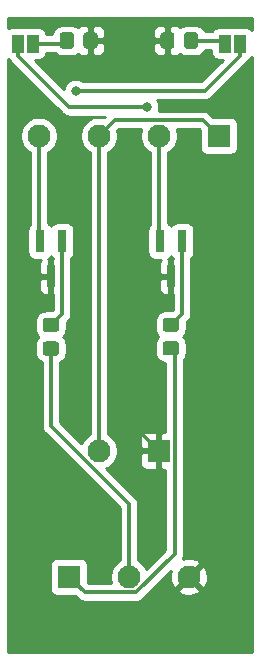
<source format=gtl>
%TF.GenerationSoftware,KiCad,Pcbnew,(5.1.10)-1*%
%TF.CreationDate,2021-08-25T15:29:53+02:00*%
%TF.ProjectId,Module,4d6f6475-6c65-42e6-9b69-6361645f7063,v01*%
%TF.SameCoordinates,Original*%
%TF.FileFunction,Copper,L1,Top*%
%TF.FilePolarity,Positive*%
%FSLAX46Y46*%
G04 Gerber Fmt 4.6, Leading zero omitted, Abs format (unit mm)*
G04 Created by KiCad (PCBNEW (5.1.10)-1) date 2021-08-25 15:29:53*
%MOMM*%
%LPD*%
G01*
G04 APERTURE LIST*
%TA.AperFunction,ComponentPad*%
%ADD10R,1.950000X1.950000*%
%TD*%
%TA.AperFunction,ComponentPad*%
%ADD11C,1.950000*%
%TD*%
%TA.AperFunction,SMDPad,CuDef*%
%ADD12R,0.800000X1.900000*%
%TD*%
%TA.AperFunction,SMDPad,CuDef*%
%ADD13R,1.000000X1.500000*%
%TD*%
%TA.AperFunction,ViaPad*%
%ADD14C,0.800000*%
%TD*%
%TA.AperFunction,Conductor*%
%ADD15C,0.300000*%
%TD*%
%TA.AperFunction,Conductor*%
%ADD16C,0.250000*%
%TD*%
%TA.AperFunction,Conductor*%
%ADD17C,0.254000*%
%TD*%
%TA.AperFunction,Conductor*%
%ADD18C,0.100000*%
%TD*%
G04 APERTURE END LIST*
D10*
%TO.P,J1,1*%
%TO.N,SIG1*%
X142494000Y-94742000D03*
D11*
%TO.P,J1,2*%
%TO.N,SIG2*%
X147574000Y-94742000D03*
%TO.P,J1,3*%
%TO.N,GND*%
X152654000Y-94742000D03*
%TD*%
D10*
%TO.P,J2,1*%
%TO.N,VCC*%
X155194000Y-57404000D03*
D11*
%TO.P,J2,2*%
%TO.N,LED1N*%
X150114000Y-57404000D03*
%TO.P,J2,3*%
%TO.N,VCC*%
X145034000Y-57404000D03*
%TO.P,J2,4*%
%TO.N,LED2N*%
X139954000Y-57404000D03*
%TD*%
D12*
%TO.P,Q1,1*%
%TO.N,Net-(Q1-Pad1)*%
X152080000Y-66318000D03*
%TO.P,Q1,2*%
%TO.N,LED1N*%
X150180000Y-66318000D03*
%TO.P,Q1,3*%
%TO.N,GND*%
X151130000Y-69318000D03*
%TD*%
%TO.P,Q2,3*%
%TO.N,GND*%
X140970000Y-69318000D03*
%TO.P,Q2,2*%
%TO.N,LED2N*%
X140020000Y-66318000D03*
%TO.P,Q2,1*%
%TO.N,Net-(Q2-Pad1)*%
X141920000Y-66318000D03*
%TD*%
D10*
%TO.P,J3,1*%
%TO.N,GND*%
X150114000Y-84074000D03*
D11*
%TO.P,J3,2*%
%TO.N,VCC*%
X145034000Y-84074000D03*
%TD*%
%TO.P,R1,1*%
%TO.N,Net-(Q1-Pad1)*%
%TA.AperFunction,SMDPad,CuDef*%
G36*
G01*
X150679999Y-72806000D02*
X151580001Y-72806000D01*
G75*
G02*
X151830000Y-73055999I0J-249999D01*
G01*
X151830000Y-73756001D01*
G75*
G02*
X151580001Y-74006000I-249999J0D01*
G01*
X150679999Y-74006000D01*
G75*
G02*
X150430000Y-73756001I0J249999D01*
G01*
X150430000Y-73055999D01*
G75*
G02*
X150679999Y-72806000I249999J0D01*
G01*
G37*
%TD.AperFunction*%
%TO.P,R1,2*%
%TO.N,SIG1*%
%TA.AperFunction,SMDPad,CuDef*%
G36*
G01*
X150679999Y-74806000D02*
X151580001Y-74806000D01*
G75*
G02*
X151830000Y-75055999I0J-249999D01*
G01*
X151830000Y-75756001D01*
G75*
G02*
X151580001Y-76006000I-249999J0D01*
G01*
X150679999Y-76006000D01*
G75*
G02*
X150430000Y-75756001I0J249999D01*
G01*
X150430000Y-75055999D01*
G75*
G02*
X150679999Y-74806000I249999J0D01*
G01*
G37*
%TD.AperFunction*%
%TD*%
%TO.P,R2,2*%
%TO.N,SIG2*%
%TA.AperFunction,SMDPad,CuDef*%
G36*
G01*
X140519999Y-74822000D02*
X141420001Y-74822000D01*
G75*
G02*
X141670000Y-75071999I0J-249999D01*
G01*
X141670000Y-75772001D01*
G75*
G02*
X141420001Y-76022000I-249999J0D01*
G01*
X140519999Y-76022000D01*
G75*
G02*
X140270000Y-75772001I0J249999D01*
G01*
X140270000Y-75071999D01*
G75*
G02*
X140519999Y-74822000I249999J0D01*
G01*
G37*
%TD.AperFunction*%
%TO.P,R2,1*%
%TO.N,Net-(Q2-Pad1)*%
%TA.AperFunction,SMDPad,CuDef*%
G36*
G01*
X140519999Y-72822000D02*
X141420001Y-72822000D01*
G75*
G02*
X141670000Y-73071999I0J-249999D01*
G01*
X141670000Y-73772001D01*
G75*
G02*
X141420001Y-74022000I-249999J0D01*
G01*
X140519999Y-74022000D01*
G75*
G02*
X140270000Y-73772001I0J249999D01*
G01*
X140270000Y-73071999D01*
G75*
G02*
X140519999Y-72822000I249999J0D01*
G01*
G37*
%TD.AperFunction*%
%TD*%
D13*
%TO.P,JP1,2*%
%TO.N,Net-(JP1-Pad2)*%
X139461000Y-49593500D03*
%TO.P,JP1,1*%
%TO.N,LED1N*%
X138161000Y-49593500D03*
%TD*%
%TO.P,JP2,1*%
%TO.N,LED2N*%
X156987000Y-49593500D03*
%TO.P,JP2,2*%
%TO.N,Net-(JP2-Pad2)*%
X155687000Y-49593500D03*
%TD*%
%TO.P,R3,1*%
%TO.N,Net-(JP1-Pad2)*%
%TA.AperFunction,SMDPad,CuDef*%
G36*
G01*
X141719500Y-49789501D02*
X141719500Y-48889499D01*
G75*
G02*
X141969499Y-48639500I249999J0D01*
G01*
X142669501Y-48639500D01*
G75*
G02*
X142919500Y-48889499I0J-249999D01*
G01*
X142919500Y-49789501D01*
G75*
G02*
X142669501Y-50039500I-249999J0D01*
G01*
X141969499Y-50039500D01*
G75*
G02*
X141719500Y-49789501I0J249999D01*
G01*
G37*
%TD.AperFunction*%
%TO.P,R3,2*%
%TO.N,GND*%
%TA.AperFunction,SMDPad,CuDef*%
G36*
G01*
X143719500Y-49789501D02*
X143719500Y-48889499D01*
G75*
G02*
X143969499Y-48639500I249999J0D01*
G01*
X144669501Y-48639500D01*
G75*
G02*
X144919500Y-48889499I0J-249999D01*
G01*
X144919500Y-49789501D01*
G75*
G02*
X144669501Y-50039500I-249999J0D01*
G01*
X143969499Y-50039500D01*
G75*
G02*
X143719500Y-49789501I0J249999D01*
G01*
G37*
%TD.AperFunction*%
%TD*%
%TO.P,R4,2*%
%TO.N,Net-(JP2-Pad2)*%
%TA.AperFunction,SMDPad,CuDef*%
G36*
G01*
X152228500Y-49789501D02*
X152228500Y-48889499D01*
G75*
G02*
X152478499Y-48639500I249999J0D01*
G01*
X153178501Y-48639500D01*
G75*
G02*
X153428500Y-48889499I0J-249999D01*
G01*
X153428500Y-49789501D01*
G75*
G02*
X153178501Y-50039500I-249999J0D01*
G01*
X152478499Y-50039500D01*
G75*
G02*
X152228500Y-49789501I0J249999D01*
G01*
G37*
%TD.AperFunction*%
%TO.P,R4,1*%
%TO.N,GND*%
%TA.AperFunction,SMDPad,CuDef*%
G36*
G01*
X150228500Y-49789501D02*
X150228500Y-48889499D01*
G75*
G02*
X150478499Y-48639500I249999J0D01*
G01*
X151178501Y-48639500D01*
G75*
G02*
X151428500Y-48889499I0J-249999D01*
G01*
X151428500Y-49789501D01*
G75*
G02*
X151178501Y-50039500I-249999J0D01*
G01*
X150478499Y-50039500D01*
G75*
G02*
X150228500Y-49789501I0J249999D01*
G01*
G37*
%TD.AperFunction*%
%TD*%
D14*
%TO.N,GND*%
X145986500Y-52387500D03*
X146240500Y-69532500D03*
%TO.N,LED1N*%
X149098000Y-54991000D03*
%TO.N,LED2N*%
X143065500Y-53594000D03*
%TD*%
D15*
%TO.N,Net-(Q1-Pad1)*%
X152080000Y-72456000D02*
X151130000Y-73406000D01*
X152080000Y-66318000D02*
X152080000Y-72456000D01*
%TO.N,Net-(Q2-Pad1)*%
X141920000Y-72472000D02*
X140970000Y-73422000D01*
X141920000Y-66318000D02*
X141920000Y-72472000D01*
%TO.N,SIG1*%
X151439001Y-75715001D02*
X151130000Y-75406000D01*
X151439001Y-92838001D02*
X151439001Y-75715001D01*
X143819001Y-96067001D02*
X148210001Y-96067001D01*
X148210001Y-96067001D02*
X151439001Y-92838001D01*
X142494000Y-94742000D02*
X143819001Y-96067001D01*
%TO.N,SIG2*%
X147574000Y-88575002D02*
X147574000Y-94742000D01*
X140970000Y-81971002D02*
X147574000Y-88575002D01*
X140970000Y-75422000D02*
X140970000Y-81971002D01*
%TO.N,GND*%
X144319500Y-49339500D02*
X150828500Y-49339500D01*
X149034500Y-49339500D02*
X145986500Y-52387500D01*
D16*
X150828500Y-49339500D02*
X149034500Y-49339500D01*
D15*
X146240500Y-80200500D02*
X150114000Y-84074000D01*
X146240500Y-69532500D02*
X146240500Y-80200500D01*
%TO.N,VCC*%
X145034000Y-84074000D02*
X145034000Y-57404000D01*
X146359001Y-56078999D02*
X145034000Y-57404000D01*
X153868999Y-56078999D02*
X146359001Y-56078999D01*
X155194000Y-57404000D02*
X153868999Y-56078999D01*
%TO.N,LED1N*%
X150114000Y-66252000D02*
X150180000Y-66318000D01*
X150114000Y-57404000D02*
X150114000Y-66252000D01*
X142508500Y-54991000D02*
X138161000Y-50643500D01*
X138161000Y-50643500D02*
X138161000Y-49593500D01*
X149098000Y-54991000D02*
X142508500Y-54991000D01*
%TO.N,LED2N*%
X139954000Y-66252000D02*
X140020000Y-66318000D01*
X139954000Y-57404000D02*
X139954000Y-66252000D01*
D16*
X143129000Y-53657500D02*
X143065500Y-53594000D01*
D15*
X156987000Y-50643500D02*
X156987000Y-49593500D01*
X154036500Y-53594000D02*
X156987000Y-50643500D01*
X143065500Y-53594000D02*
X154036500Y-53594000D01*
%TO.N,Net-(JP1-Pad2)*%
X142065500Y-49593500D02*
X142319500Y-49339500D01*
X139461000Y-49593500D02*
X142065500Y-49593500D01*
D16*
%TO.N,Net-(JP2-Pad2)*%
X153082500Y-49593500D02*
X152828500Y-49339500D01*
D15*
X155433000Y-49339500D02*
X155687000Y-49593500D01*
X152828500Y-49339500D02*
X155433000Y-49339500D01*
%TD*%
D17*
%TO.N,GND*%
X157992001Y-101076000D02*
X137312000Y-101076000D01*
X137312000Y-70268000D01*
X139931928Y-70268000D01*
X139944188Y-70392482D01*
X139980498Y-70512180D01*
X140039463Y-70622494D01*
X140118815Y-70719185D01*
X140215506Y-70798537D01*
X140325820Y-70857502D01*
X140445518Y-70893812D01*
X140570000Y-70906072D01*
X140684250Y-70903000D01*
X140843000Y-70744250D01*
X140843000Y-69445000D01*
X140093750Y-69445000D01*
X139935000Y-69603750D01*
X139931928Y-70268000D01*
X137312000Y-70268000D01*
X137312000Y-50876974D01*
X137416820Y-50933002D01*
X137429681Y-50936903D01*
X137432246Y-50945359D01*
X137505138Y-51081732D01*
X137603236Y-51201264D01*
X137633190Y-51225847D01*
X141926158Y-55518816D01*
X141950736Y-55548764D01*
X141980684Y-55573342D01*
X141980687Y-55573345D01*
X142010059Y-55597450D01*
X142070267Y-55646862D01*
X142206640Y-55719754D01*
X142320172Y-55754194D01*
X142354612Y-55764641D01*
X142368990Y-55766057D01*
X142469939Y-55776000D01*
X142469946Y-55776000D01*
X142508499Y-55779797D01*
X142547052Y-55776000D01*
X145551842Y-55776000D01*
X145477222Y-55850620D01*
X145192571Y-55794000D01*
X144875429Y-55794000D01*
X144564380Y-55855871D01*
X144271379Y-55977237D01*
X144007685Y-56153431D01*
X143783431Y-56377685D01*
X143607237Y-56641379D01*
X143485871Y-56934380D01*
X143424000Y-57245429D01*
X143424000Y-57562571D01*
X143485871Y-57873620D01*
X143607237Y-58166621D01*
X143783431Y-58430315D01*
X144007685Y-58654569D01*
X144249001Y-58815811D01*
X144249000Y-82662190D01*
X144007685Y-82823431D01*
X143783431Y-83047685D01*
X143607237Y-83311379D01*
X143552553Y-83443397D01*
X141755000Y-81645845D01*
X141755000Y-76593944D01*
X141759851Y-76592472D01*
X141913387Y-76510405D01*
X142047962Y-76399962D01*
X142158405Y-76265387D01*
X142240472Y-76111851D01*
X142291008Y-75945255D01*
X142308072Y-75772001D01*
X142308072Y-75071999D01*
X142291008Y-74898745D01*
X142240472Y-74732149D01*
X142158405Y-74578613D01*
X142047962Y-74444038D01*
X142021109Y-74422000D01*
X142047962Y-74399962D01*
X142158405Y-74265387D01*
X142240472Y-74111851D01*
X142291008Y-73945255D01*
X142308072Y-73772001D01*
X142308072Y-73194085D01*
X142447810Y-73054347D01*
X142477764Y-73029764D01*
X142575862Y-72910233D01*
X142648754Y-72773860D01*
X142661407Y-72732149D01*
X142693642Y-72625887D01*
X142701020Y-72550974D01*
X142705000Y-72510561D01*
X142705000Y-72510556D01*
X142708797Y-72472000D01*
X142705000Y-72433444D01*
X142705000Y-67773501D01*
X142771185Y-67719185D01*
X142850537Y-67622494D01*
X142909502Y-67512180D01*
X142945812Y-67392482D01*
X142958072Y-67268000D01*
X142958072Y-65368000D01*
X142945812Y-65243518D01*
X142909502Y-65123820D01*
X142850537Y-65013506D01*
X142771185Y-64916815D01*
X142674494Y-64837463D01*
X142564180Y-64778498D01*
X142444482Y-64742188D01*
X142320000Y-64729928D01*
X141520000Y-64729928D01*
X141395518Y-64742188D01*
X141275820Y-64778498D01*
X141165506Y-64837463D01*
X141068815Y-64916815D01*
X140989463Y-65013506D01*
X140970000Y-65049918D01*
X140950537Y-65013506D01*
X140871185Y-64916815D01*
X140774494Y-64837463D01*
X140739000Y-64818491D01*
X140739000Y-58815810D01*
X140980315Y-58654569D01*
X141204569Y-58430315D01*
X141380763Y-58166621D01*
X141502129Y-57873620D01*
X141564000Y-57562571D01*
X141564000Y-57245429D01*
X141502129Y-56934380D01*
X141380763Y-56641379D01*
X141204569Y-56377685D01*
X140980315Y-56153431D01*
X140716621Y-55977237D01*
X140423620Y-55855871D01*
X140112571Y-55794000D01*
X139795429Y-55794000D01*
X139484380Y-55855871D01*
X139191379Y-55977237D01*
X138927685Y-56153431D01*
X138703431Y-56377685D01*
X138527237Y-56641379D01*
X138405871Y-56934380D01*
X138344000Y-57245429D01*
X138344000Y-57562571D01*
X138405871Y-57873620D01*
X138527237Y-58166621D01*
X138703431Y-58430315D01*
X138927685Y-58654569D01*
X139169000Y-58815810D01*
X139169001Y-64916662D01*
X139168815Y-64916815D01*
X139089463Y-65013506D01*
X139030498Y-65123820D01*
X138994188Y-65243518D01*
X138981928Y-65368000D01*
X138981928Y-67268000D01*
X138994188Y-67392482D01*
X139030498Y-67512180D01*
X139089463Y-67622494D01*
X139168815Y-67719185D01*
X139265506Y-67798537D01*
X139375820Y-67857502D01*
X139495518Y-67893812D01*
X139620000Y-67906072D01*
X140131905Y-67906072D01*
X140118815Y-67916815D01*
X140039463Y-68013506D01*
X139980498Y-68123820D01*
X139944188Y-68243518D01*
X139931928Y-68368000D01*
X139935000Y-69032250D01*
X140093750Y-69191000D01*
X140843000Y-69191000D01*
X140843000Y-67891750D01*
X140758393Y-67807143D01*
X140774494Y-67798537D01*
X140871185Y-67719185D01*
X140950537Y-67622494D01*
X140970000Y-67586082D01*
X140989463Y-67622494D01*
X141068815Y-67719185D01*
X141135000Y-67773502D01*
X141135000Y-67853750D01*
X141097000Y-67891750D01*
X141097000Y-69191000D01*
X141117000Y-69191000D01*
X141117000Y-69445000D01*
X141097000Y-69445000D01*
X141097000Y-70744250D01*
X141135001Y-70782251D01*
X141135001Y-72146842D01*
X141097915Y-72183928D01*
X140519999Y-72183928D01*
X140346745Y-72200992D01*
X140180149Y-72251528D01*
X140026613Y-72333595D01*
X139892038Y-72444038D01*
X139781595Y-72578613D01*
X139699528Y-72732149D01*
X139648992Y-72898745D01*
X139631928Y-73071999D01*
X139631928Y-73772001D01*
X139648992Y-73945255D01*
X139699528Y-74111851D01*
X139781595Y-74265387D01*
X139892038Y-74399962D01*
X139918891Y-74422000D01*
X139892038Y-74444038D01*
X139781595Y-74578613D01*
X139699528Y-74732149D01*
X139648992Y-74898745D01*
X139631928Y-75071999D01*
X139631928Y-75772001D01*
X139648992Y-75945255D01*
X139699528Y-76111851D01*
X139781595Y-76265387D01*
X139892038Y-76399962D01*
X140026613Y-76510405D01*
X140180149Y-76592472D01*
X140185000Y-76593944D01*
X140185001Y-81932439D01*
X140181203Y-81971002D01*
X140196359Y-82124888D01*
X140241246Y-82272861D01*
X140241247Y-82272862D01*
X140314139Y-82409235D01*
X140354690Y-82458646D01*
X140387655Y-82498814D01*
X140387659Y-82498818D01*
X140412237Y-82528766D01*
X140442185Y-82553344D01*
X146789000Y-88900160D01*
X146789001Y-93330190D01*
X146547685Y-93491431D01*
X146323431Y-93715685D01*
X146147237Y-93979379D01*
X146025871Y-94272380D01*
X145964000Y-94583429D01*
X145964000Y-94900571D01*
X146025871Y-95211620D01*
X146055024Y-95282001D01*
X144144159Y-95282001D01*
X144107072Y-95244914D01*
X144107072Y-93767000D01*
X144094812Y-93642518D01*
X144058502Y-93522820D01*
X143999537Y-93412506D01*
X143920185Y-93315815D01*
X143823494Y-93236463D01*
X143713180Y-93177498D01*
X143593482Y-93141188D01*
X143469000Y-93128928D01*
X141519000Y-93128928D01*
X141394518Y-93141188D01*
X141274820Y-93177498D01*
X141164506Y-93236463D01*
X141067815Y-93315815D01*
X140988463Y-93412506D01*
X140929498Y-93522820D01*
X140893188Y-93642518D01*
X140880928Y-93767000D01*
X140880928Y-95717000D01*
X140893188Y-95841482D01*
X140929498Y-95961180D01*
X140988463Y-96071494D01*
X141067815Y-96168185D01*
X141164506Y-96247537D01*
X141274820Y-96306502D01*
X141394518Y-96342812D01*
X141519000Y-96355072D01*
X142996914Y-96355072D01*
X143236659Y-96594817D01*
X143261237Y-96624765D01*
X143291185Y-96649343D01*
X143291188Y-96649346D01*
X143320560Y-96673451D01*
X143380768Y-96722863D01*
X143517141Y-96795755D01*
X143630673Y-96830195D01*
X143665113Y-96840642D01*
X143679491Y-96842058D01*
X143780440Y-96852001D01*
X143780447Y-96852001D01*
X143819000Y-96855798D01*
X143857553Y-96852001D01*
X148171448Y-96852001D01*
X148210001Y-96855798D01*
X148248554Y-96852001D01*
X148248562Y-96852001D01*
X148363888Y-96840642D01*
X148511861Y-96795755D01*
X148648234Y-96722863D01*
X148767765Y-96624765D01*
X148792348Y-96594811D01*
X149527575Y-95859584D01*
X151716021Y-95859584D01*
X151808766Y-96121429D01*
X152094120Y-96259820D01*
X152400990Y-96339883D01*
X152717584Y-96358540D01*
X153031733Y-96315074D01*
X153331367Y-96211156D01*
X153499234Y-96121429D01*
X153591979Y-95859584D01*
X152654000Y-94921605D01*
X151716021Y-95859584D01*
X149527575Y-95859584D01*
X151111873Y-94275286D01*
X151056117Y-94488990D01*
X151037460Y-94805584D01*
X151080926Y-95119733D01*
X151184844Y-95419367D01*
X151274571Y-95587234D01*
X151536416Y-95679979D01*
X152474395Y-94742000D01*
X152833605Y-94742000D01*
X153771584Y-95679979D01*
X154033429Y-95587234D01*
X154171820Y-95301880D01*
X154251883Y-94995010D01*
X154270540Y-94678416D01*
X154227074Y-94364267D01*
X154123156Y-94064633D01*
X154033429Y-93896766D01*
X153771584Y-93804021D01*
X152833605Y-94742000D01*
X152474395Y-94742000D01*
X152460253Y-94727858D01*
X152639858Y-94548253D01*
X152654000Y-94562395D01*
X153591979Y-93624416D01*
X153499234Y-93362571D01*
X153213880Y-93224180D01*
X152907010Y-93144117D01*
X152590416Y-93125460D01*
X152276267Y-93168926D01*
X152123992Y-93221738D01*
X152167755Y-93139861D01*
X152170140Y-93132000D01*
X152212643Y-92991888D01*
X152220021Y-92916975D01*
X152224001Y-92876562D01*
X152224001Y-92876557D01*
X152227798Y-92838001D01*
X152224001Y-92799445D01*
X152224001Y-76364418D01*
X152318405Y-76249387D01*
X152400472Y-76095851D01*
X152451008Y-75929255D01*
X152468072Y-75756001D01*
X152468072Y-75055999D01*
X152451008Y-74882745D01*
X152400472Y-74716149D01*
X152318405Y-74562613D01*
X152207962Y-74428038D01*
X152181109Y-74406000D01*
X152207962Y-74383962D01*
X152318405Y-74249387D01*
X152400472Y-74095851D01*
X152451008Y-73929255D01*
X152468072Y-73756001D01*
X152468072Y-73178085D01*
X152607810Y-73038347D01*
X152637764Y-73013764D01*
X152735862Y-72894233D01*
X152808754Y-72757860D01*
X152821407Y-72716149D01*
X152853642Y-72609887D01*
X152863424Y-72510561D01*
X152865000Y-72494561D01*
X152865000Y-72494556D01*
X152868797Y-72456000D01*
X152865000Y-72417444D01*
X152865000Y-67773501D01*
X152931185Y-67719185D01*
X153010537Y-67622494D01*
X153069502Y-67512180D01*
X153105812Y-67392482D01*
X153118072Y-67268000D01*
X153118072Y-65368000D01*
X153105812Y-65243518D01*
X153069502Y-65123820D01*
X153010537Y-65013506D01*
X152931185Y-64916815D01*
X152834494Y-64837463D01*
X152724180Y-64778498D01*
X152604482Y-64742188D01*
X152480000Y-64729928D01*
X151680000Y-64729928D01*
X151555518Y-64742188D01*
X151435820Y-64778498D01*
X151325506Y-64837463D01*
X151228815Y-64916815D01*
X151149463Y-65013506D01*
X151130000Y-65049918D01*
X151110537Y-65013506D01*
X151031185Y-64916815D01*
X150934494Y-64837463D01*
X150899000Y-64818491D01*
X150899000Y-58815810D01*
X151140315Y-58654569D01*
X151364569Y-58430315D01*
X151540763Y-58166621D01*
X151662129Y-57873620D01*
X151724000Y-57562571D01*
X151724000Y-57245429D01*
X151662129Y-56934380D01*
X151632976Y-56863999D01*
X153543842Y-56863999D01*
X153580928Y-56901085D01*
X153580928Y-58379000D01*
X153593188Y-58503482D01*
X153629498Y-58623180D01*
X153688463Y-58733494D01*
X153767815Y-58830185D01*
X153864506Y-58909537D01*
X153974820Y-58968502D01*
X154094518Y-59004812D01*
X154219000Y-59017072D01*
X156169000Y-59017072D01*
X156293482Y-59004812D01*
X156413180Y-58968502D01*
X156523494Y-58909537D01*
X156620185Y-58830185D01*
X156699537Y-58733494D01*
X156758502Y-58623180D01*
X156794812Y-58503482D01*
X156807072Y-58379000D01*
X156807072Y-56429000D01*
X156794812Y-56304518D01*
X156758502Y-56184820D01*
X156699537Y-56074506D01*
X156620185Y-55977815D01*
X156523494Y-55898463D01*
X156413180Y-55839498D01*
X156293482Y-55803188D01*
X156169000Y-55790928D01*
X154691085Y-55790928D01*
X154451346Y-55551189D01*
X154426763Y-55521235D01*
X154307232Y-55423137D01*
X154170859Y-55350245D01*
X154022886Y-55305358D01*
X153907560Y-55293999D01*
X153907552Y-55293999D01*
X153868999Y-55290202D01*
X153830446Y-55293999D01*
X150092770Y-55293999D01*
X150093226Y-55292898D01*
X150133000Y-55092939D01*
X150133000Y-54889061D01*
X150093226Y-54689102D01*
X150015205Y-54500744D01*
X149933858Y-54379000D01*
X153997947Y-54379000D01*
X154036500Y-54382797D01*
X154075053Y-54379000D01*
X154075061Y-54379000D01*
X154190387Y-54367641D01*
X154338360Y-54322754D01*
X154474733Y-54249862D01*
X154594264Y-54151764D01*
X154618847Y-54121810D01*
X157514817Y-51225841D01*
X157544764Y-51201264D01*
X157569346Y-51171312D01*
X157593450Y-51141941D01*
X157642862Y-51081733D01*
X157715754Y-50945360D01*
X157718319Y-50936903D01*
X157731180Y-50933002D01*
X157841494Y-50874037D01*
X157938185Y-50794685D01*
X157992000Y-50729111D01*
X157992001Y-101076000D01*
%TA.AperFunction,Conductor*%
D18*
G36*
X157992001Y-101076000D02*
G01*
X137312000Y-101076000D01*
X137312000Y-70268000D01*
X139931928Y-70268000D01*
X139944188Y-70392482D01*
X139980498Y-70512180D01*
X140039463Y-70622494D01*
X140118815Y-70719185D01*
X140215506Y-70798537D01*
X140325820Y-70857502D01*
X140445518Y-70893812D01*
X140570000Y-70906072D01*
X140684250Y-70903000D01*
X140843000Y-70744250D01*
X140843000Y-69445000D01*
X140093750Y-69445000D01*
X139935000Y-69603750D01*
X139931928Y-70268000D01*
X137312000Y-70268000D01*
X137312000Y-50876974D01*
X137416820Y-50933002D01*
X137429681Y-50936903D01*
X137432246Y-50945359D01*
X137505138Y-51081732D01*
X137603236Y-51201264D01*
X137633190Y-51225847D01*
X141926158Y-55518816D01*
X141950736Y-55548764D01*
X141980684Y-55573342D01*
X141980687Y-55573345D01*
X142010059Y-55597450D01*
X142070267Y-55646862D01*
X142206640Y-55719754D01*
X142320172Y-55754194D01*
X142354612Y-55764641D01*
X142368990Y-55766057D01*
X142469939Y-55776000D01*
X142469946Y-55776000D01*
X142508499Y-55779797D01*
X142547052Y-55776000D01*
X145551842Y-55776000D01*
X145477222Y-55850620D01*
X145192571Y-55794000D01*
X144875429Y-55794000D01*
X144564380Y-55855871D01*
X144271379Y-55977237D01*
X144007685Y-56153431D01*
X143783431Y-56377685D01*
X143607237Y-56641379D01*
X143485871Y-56934380D01*
X143424000Y-57245429D01*
X143424000Y-57562571D01*
X143485871Y-57873620D01*
X143607237Y-58166621D01*
X143783431Y-58430315D01*
X144007685Y-58654569D01*
X144249001Y-58815811D01*
X144249000Y-82662190D01*
X144007685Y-82823431D01*
X143783431Y-83047685D01*
X143607237Y-83311379D01*
X143552553Y-83443397D01*
X141755000Y-81645845D01*
X141755000Y-76593944D01*
X141759851Y-76592472D01*
X141913387Y-76510405D01*
X142047962Y-76399962D01*
X142158405Y-76265387D01*
X142240472Y-76111851D01*
X142291008Y-75945255D01*
X142308072Y-75772001D01*
X142308072Y-75071999D01*
X142291008Y-74898745D01*
X142240472Y-74732149D01*
X142158405Y-74578613D01*
X142047962Y-74444038D01*
X142021109Y-74422000D01*
X142047962Y-74399962D01*
X142158405Y-74265387D01*
X142240472Y-74111851D01*
X142291008Y-73945255D01*
X142308072Y-73772001D01*
X142308072Y-73194085D01*
X142447810Y-73054347D01*
X142477764Y-73029764D01*
X142575862Y-72910233D01*
X142648754Y-72773860D01*
X142661407Y-72732149D01*
X142693642Y-72625887D01*
X142701020Y-72550974D01*
X142705000Y-72510561D01*
X142705000Y-72510556D01*
X142708797Y-72472000D01*
X142705000Y-72433444D01*
X142705000Y-67773501D01*
X142771185Y-67719185D01*
X142850537Y-67622494D01*
X142909502Y-67512180D01*
X142945812Y-67392482D01*
X142958072Y-67268000D01*
X142958072Y-65368000D01*
X142945812Y-65243518D01*
X142909502Y-65123820D01*
X142850537Y-65013506D01*
X142771185Y-64916815D01*
X142674494Y-64837463D01*
X142564180Y-64778498D01*
X142444482Y-64742188D01*
X142320000Y-64729928D01*
X141520000Y-64729928D01*
X141395518Y-64742188D01*
X141275820Y-64778498D01*
X141165506Y-64837463D01*
X141068815Y-64916815D01*
X140989463Y-65013506D01*
X140970000Y-65049918D01*
X140950537Y-65013506D01*
X140871185Y-64916815D01*
X140774494Y-64837463D01*
X140739000Y-64818491D01*
X140739000Y-58815810D01*
X140980315Y-58654569D01*
X141204569Y-58430315D01*
X141380763Y-58166621D01*
X141502129Y-57873620D01*
X141564000Y-57562571D01*
X141564000Y-57245429D01*
X141502129Y-56934380D01*
X141380763Y-56641379D01*
X141204569Y-56377685D01*
X140980315Y-56153431D01*
X140716621Y-55977237D01*
X140423620Y-55855871D01*
X140112571Y-55794000D01*
X139795429Y-55794000D01*
X139484380Y-55855871D01*
X139191379Y-55977237D01*
X138927685Y-56153431D01*
X138703431Y-56377685D01*
X138527237Y-56641379D01*
X138405871Y-56934380D01*
X138344000Y-57245429D01*
X138344000Y-57562571D01*
X138405871Y-57873620D01*
X138527237Y-58166621D01*
X138703431Y-58430315D01*
X138927685Y-58654569D01*
X139169000Y-58815810D01*
X139169001Y-64916662D01*
X139168815Y-64916815D01*
X139089463Y-65013506D01*
X139030498Y-65123820D01*
X138994188Y-65243518D01*
X138981928Y-65368000D01*
X138981928Y-67268000D01*
X138994188Y-67392482D01*
X139030498Y-67512180D01*
X139089463Y-67622494D01*
X139168815Y-67719185D01*
X139265506Y-67798537D01*
X139375820Y-67857502D01*
X139495518Y-67893812D01*
X139620000Y-67906072D01*
X140131905Y-67906072D01*
X140118815Y-67916815D01*
X140039463Y-68013506D01*
X139980498Y-68123820D01*
X139944188Y-68243518D01*
X139931928Y-68368000D01*
X139935000Y-69032250D01*
X140093750Y-69191000D01*
X140843000Y-69191000D01*
X140843000Y-67891750D01*
X140758393Y-67807143D01*
X140774494Y-67798537D01*
X140871185Y-67719185D01*
X140950537Y-67622494D01*
X140970000Y-67586082D01*
X140989463Y-67622494D01*
X141068815Y-67719185D01*
X141135000Y-67773502D01*
X141135000Y-67853750D01*
X141097000Y-67891750D01*
X141097000Y-69191000D01*
X141117000Y-69191000D01*
X141117000Y-69445000D01*
X141097000Y-69445000D01*
X141097000Y-70744250D01*
X141135001Y-70782251D01*
X141135001Y-72146842D01*
X141097915Y-72183928D01*
X140519999Y-72183928D01*
X140346745Y-72200992D01*
X140180149Y-72251528D01*
X140026613Y-72333595D01*
X139892038Y-72444038D01*
X139781595Y-72578613D01*
X139699528Y-72732149D01*
X139648992Y-72898745D01*
X139631928Y-73071999D01*
X139631928Y-73772001D01*
X139648992Y-73945255D01*
X139699528Y-74111851D01*
X139781595Y-74265387D01*
X139892038Y-74399962D01*
X139918891Y-74422000D01*
X139892038Y-74444038D01*
X139781595Y-74578613D01*
X139699528Y-74732149D01*
X139648992Y-74898745D01*
X139631928Y-75071999D01*
X139631928Y-75772001D01*
X139648992Y-75945255D01*
X139699528Y-76111851D01*
X139781595Y-76265387D01*
X139892038Y-76399962D01*
X140026613Y-76510405D01*
X140180149Y-76592472D01*
X140185000Y-76593944D01*
X140185001Y-81932439D01*
X140181203Y-81971002D01*
X140196359Y-82124888D01*
X140241246Y-82272861D01*
X140241247Y-82272862D01*
X140314139Y-82409235D01*
X140354690Y-82458646D01*
X140387655Y-82498814D01*
X140387659Y-82498818D01*
X140412237Y-82528766D01*
X140442185Y-82553344D01*
X146789000Y-88900160D01*
X146789001Y-93330190D01*
X146547685Y-93491431D01*
X146323431Y-93715685D01*
X146147237Y-93979379D01*
X146025871Y-94272380D01*
X145964000Y-94583429D01*
X145964000Y-94900571D01*
X146025871Y-95211620D01*
X146055024Y-95282001D01*
X144144159Y-95282001D01*
X144107072Y-95244914D01*
X144107072Y-93767000D01*
X144094812Y-93642518D01*
X144058502Y-93522820D01*
X143999537Y-93412506D01*
X143920185Y-93315815D01*
X143823494Y-93236463D01*
X143713180Y-93177498D01*
X143593482Y-93141188D01*
X143469000Y-93128928D01*
X141519000Y-93128928D01*
X141394518Y-93141188D01*
X141274820Y-93177498D01*
X141164506Y-93236463D01*
X141067815Y-93315815D01*
X140988463Y-93412506D01*
X140929498Y-93522820D01*
X140893188Y-93642518D01*
X140880928Y-93767000D01*
X140880928Y-95717000D01*
X140893188Y-95841482D01*
X140929498Y-95961180D01*
X140988463Y-96071494D01*
X141067815Y-96168185D01*
X141164506Y-96247537D01*
X141274820Y-96306502D01*
X141394518Y-96342812D01*
X141519000Y-96355072D01*
X142996914Y-96355072D01*
X143236659Y-96594817D01*
X143261237Y-96624765D01*
X143291185Y-96649343D01*
X143291188Y-96649346D01*
X143320560Y-96673451D01*
X143380768Y-96722863D01*
X143517141Y-96795755D01*
X143630673Y-96830195D01*
X143665113Y-96840642D01*
X143679491Y-96842058D01*
X143780440Y-96852001D01*
X143780447Y-96852001D01*
X143819000Y-96855798D01*
X143857553Y-96852001D01*
X148171448Y-96852001D01*
X148210001Y-96855798D01*
X148248554Y-96852001D01*
X148248562Y-96852001D01*
X148363888Y-96840642D01*
X148511861Y-96795755D01*
X148648234Y-96722863D01*
X148767765Y-96624765D01*
X148792348Y-96594811D01*
X149527575Y-95859584D01*
X151716021Y-95859584D01*
X151808766Y-96121429D01*
X152094120Y-96259820D01*
X152400990Y-96339883D01*
X152717584Y-96358540D01*
X153031733Y-96315074D01*
X153331367Y-96211156D01*
X153499234Y-96121429D01*
X153591979Y-95859584D01*
X152654000Y-94921605D01*
X151716021Y-95859584D01*
X149527575Y-95859584D01*
X151111873Y-94275286D01*
X151056117Y-94488990D01*
X151037460Y-94805584D01*
X151080926Y-95119733D01*
X151184844Y-95419367D01*
X151274571Y-95587234D01*
X151536416Y-95679979D01*
X152474395Y-94742000D01*
X152833605Y-94742000D01*
X153771584Y-95679979D01*
X154033429Y-95587234D01*
X154171820Y-95301880D01*
X154251883Y-94995010D01*
X154270540Y-94678416D01*
X154227074Y-94364267D01*
X154123156Y-94064633D01*
X154033429Y-93896766D01*
X153771584Y-93804021D01*
X152833605Y-94742000D01*
X152474395Y-94742000D01*
X152460253Y-94727858D01*
X152639858Y-94548253D01*
X152654000Y-94562395D01*
X153591979Y-93624416D01*
X153499234Y-93362571D01*
X153213880Y-93224180D01*
X152907010Y-93144117D01*
X152590416Y-93125460D01*
X152276267Y-93168926D01*
X152123992Y-93221738D01*
X152167755Y-93139861D01*
X152170140Y-93132000D01*
X152212643Y-92991888D01*
X152220021Y-92916975D01*
X152224001Y-92876562D01*
X152224001Y-92876557D01*
X152227798Y-92838001D01*
X152224001Y-92799445D01*
X152224001Y-76364418D01*
X152318405Y-76249387D01*
X152400472Y-76095851D01*
X152451008Y-75929255D01*
X152468072Y-75756001D01*
X152468072Y-75055999D01*
X152451008Y-74882745D01*
X152400472Y-74716149D01*
X152318405Y-74562613D01*
X152207962Y-74428038D01*
X152181109Y-74406000D01*
X152207962Y-74383962D01*
X152318405Y-74249387D01*
X152400472Y-74095851D01*
X152451008Y-73929255D01*
X152468072Y-73756001D01*
X152468072Y-73178085D01*
X152607810Y-73038347D01*
X152637764Y-73013764D01*
X152735862Y-72894233D01*
X152808754Y-72757860D01*
X152821407Y-72716149D01*
X152853642Y-72609887D01*
X152863424Y-72510561D01*
X152865000Y-72494561D01*
X152865000Y-72494556D01*
X152868797Y-72456000D01*
X152865000Y-72417444D01*
X152865000Y-67773501D01*
X152931185Y-67719185D01*
X153010537Y-67622494D01*
X153069502Y-67512180D01*
X153105812Y-67392482D01*
X153118072Y-67268000D01*
X153118072Y-65368000D01*
X153105812Y-65243518D01*
X153069502Y-65123820D01*
X153010537Y-65013506D01*
X152931185Y-64916815D01*
X152834494Y-64837463D01*
X152724180Y-64778498D01*
X152604482Y-64742188D01*
X152480000Y-64729928D01*
X151680000Y-64729928D01*
X151555518Y-64742188D01*
X151435820Y-64778498D01*
X151325506Y-64837463D01*
X151228815Y-64916815D01*
X151149463Y-65013506D01*
X151130000Y-65049918D01*
X151110537Y-65013506D01*
X151031185Y-64916815D01*
X150934494Y-64837463D01*
X150899000Y-64818491D01*
X150899000Y-58815810D01*
X151140315Y-58654569D01*
X151364569Y-58430315D01*
X151540763Y-58166621D01*
X151662129Y-57873620D01*
X151724000Y-57562571D01*
X151724000Y-57245429D01*
X151662129Y-56934380D01*
X151632976Y-56863999D01*
X153543842Y-56863999D01*
X153580928Y-56901085D01*
X153580928Y-58379000D01*
X153593188Y-58503482D01*
X153629498Y-58623180D01*
X153688463Y-58733494D01*
X153767815Y-58830185D01*
X153864506Y-58909537D01*
X153974820Y-58968502D01*
X154094518Y-59004812D01*
X154219000Y-59017072D01*
X156169000Y-59017072D01*
X156293482Y-59004812D01*
X156413180Y-58968502D01*
X156523494Y-58909537D01*
X156620185Y-58830185D01*
X156699537Y-58733494D01*
X156758502Y-58623180D01*
X156794812Y-58503482D01*
X156807072Y-58379000D01*
X156807072Y-56429000D01*
X156794812Y-56304518D01*
X156758502Y-56184820D01*
X156699537Y-56074506D01*
X156620185Y-55977815D01*
X156523494Y-55898463D01*
X156413180Y-55839498D01*
X156293482Y-55803188D01*
X156169000Y-55790928D01*
X154691085Y-55790928D01*
X154451346Y-55551189D01*
X154426763Y-55521235D01*
X154307232Y-55423137D01*
X154170859Y-55350245D01*
X154022886Y-55305358D01*
X153907560Y-55293999D01*
X153907552Y-55293999D01*
X153868999Y-55290202D01*
X153830446Y-55293999D01*
X150092770Y-55293999D01*
X150093226Y-55292898D01*
X150133000Y-55092939D01*
X150133000Y-54889061D01*
X150093226Y-54689102D01*
X150015205Y-54500744D01*
X149933858Y-54379000D01*
X153997947Y-54379000D01*
X154036500Y-54382797D01*
X154075053Y-54379000D01*
X154075061Y-54379000D01*
X154190387Y-54367641D01*
X154338360Y-54322754D01*
X154474733Y-54249862D01*
X154594264Y-54151764D01*
X154618847Y-54121810D01*
X157514817Y-51225841D01*
X157544764Y-51201264D01*
X157569346Y-51171312D01*
X157593450Y-51141941D01*
X157642862Y-51081733D01*
X157715754Y-50945360D01*
X157718319Y-50936903D01*
X157731180Y-50933002D01*
X157841494Y-50874037D01*
X157938185Y-50794685D01*
X157992000Y-50729111D01*
X157992001Y-101076000D01*
G37*
%TD.AperFunction*%
D17*
X148565871Y-56934380D02*
X148504000Y-57245429D01*
X148504000Y-57562571D01*
X148565871Y-57873620D01*
X148687237Y-58166621D01*
X148863431Y-58430315D01*
X149087685Y-58654569D01*
X149329000Y-58815810D01*
X149329001Y-64916662D01*
X149328815Y-64916815D01*
X149249463Y-65013506D01*
X149190498Y-65123820D01*
X149154188Y-65243518D01*
X149141928Y-65368000D01*
X149141928Y-67268000D01*
X149154188Y-67392482D01*
X149190498Y-67512180D01*
X149249463Y-67622494D01*
X149328815Y-67719185D01*
X149425506Y-67798537D01*
X149535820Y-67857502D01*
X149655518Y-67893812D01*
X149780000Y-67906072D01*
X150291905Y-67906072D01*
X150278815Y-67916815D01*
X150199463Y-68013506D01*
X150140498Y-68123820D01*
X150104188Y-68243518D01*
X150091928Y-68368000D01*
X150095000Y-69032250D01*
X150253750Y-69191000D01*
X151003000Y-69191000D01*
X151003000Y-67891750D01*
X150918393Y-67807143D01*
X150934494Y-67798537D01*
X151031185Y-67719185D01*
X151110537Y-67622494D01*
X151130000Y-67586082D01*
X151149463Y-67622494D01*
X151228815Y-67719185D01*
X151295000Y-67773502D01*
X151295000Y-67853750D01*
X151257000Y-67891750D01*
X151257000Y-69191000D01*
X151277000Y-69191000D01*
X151277000Y-69445000D01*
X151257000Y-69445000D01*
X151257000Y-70744250D01*
X151295001Y-70782251D01*
X151295001Y-72130842D01*
X151257915Y-72167928D01*
X150679999Y-72167928D01*
X150506745Y-72184992D01*
X150340149Y-72235528D01*
X150186613Y-72317595D01*
X150052038Y-72428038D01*
X149941595Y-72562613D01*
X149859528Y-72716149D01*
X149808992Y-72882745D01*
X149791928Y-73055999D01*
X149791928Y-73756001D01*
X149808992Y-73929255D01*
X149859528Y-74095851D01*
X149941595Y-74249387D01*
X150052038Y-74383962D01*
X150078891Y-74406000D01*
X150052038Y-74428038D01*
X149941595Y-74562613D01*
X149859528Y-74716149D01*
X149808992Y-74882745D01*
X149791928Y-75055999D01*
X149791928Y-75756001D01*
X149808992Y-75929255D01*
X149859528Y-76095851D01*
X149941595Y-76249387D01*
X150052038Y-76383962D01*
X150186613Y-76494405D01*
X150340149Y-76576472D01*
X150506745Y-76627008D01*
X150654002Y-76641512D01*
X150654002Y-82462867D01*
X150399750Y-82464000D01*
X150241000Y-82622750D01*
X150241000Y-83947000D01*
X150261000Y-83947000D01*
X150261000Y-84201000D01*
X150241000Y-84201000D01*
X150241000Y-85525250D01*
X150399750Y-85684000D01*
X150654001Y-85685133D01*
X150654001Y-92512844D01*
X149055447Y-94111398D01*
X149000763Y-93979379D01*
X148824569Y-93715685D01*
X148600315Y-93491431D01*
X148359000Y-93330190D01*
X148359000Y-88613554D01*
X148362797Y-88575001D01*
X148359000Y-88536448D01*
X148359000Y-88536441D01*
X148347641Y-88421115D01*
X148302754Y-88273142D01*
X148229862Y-88136769D01*
X148131764Y-88017238D01*
X148101817Y-87992661D01*
X145664603Y-85555447D01*
X145796621Y-85500763D01*
X146060315Y-85324569D01*
X146284569Y-85100315D01*
X146318856Y-85049000D01*
X148500928Y-85049000D01*
X148513188Y-85173482D01*
X148549498Y-85293180D01*
X148608463Y-85403494D01*
X148687815Y-85500185D01*
X148784506Y-85579537D01*
X148894820Y-85638502D01*
X149014518Y-85674812D01*
X149139000Y-85687072D01*
X149828250Y-85684000D01*
X149987000Y-85525250D01*
X149987000Y-84201000D01*
X148662750Y-84201000D01*
X148504000Y-84359750D01*
X148500928Y-85049000D01*
X146318856Y-85049000D01*
X146460763Y-84836621D01*
X146582129Y-84543620D01*
X146644000Y-84232571D01*
X146644000Y-83915429D01*
X146582129Y-83604380D01*
X146460763Y-83311379D01*
X146318857Y-83099000D01*
X148500928Y-83099000D01*
X148504000Y-83788250D01*
X148662750Y-83947000D01*
X149987000Y-83947000D01*
X149987000Y-82622750D01*
X149828250Y-82464000D01*
X149139000Y-82460928D01*
X149014518Y-82473188D01*
X148894820Y-82509498D01*
X148784506Y-82568463D01*
X148687815Y-82647815D01*
X148608463Y-82744506D01*
X148549498Y-82854820D01*
X148513188Y-82974518D01*
X148500928Y-83099000D01*
X146318857Y-83099000D01*
X146284569Y-83047685D01*
X146060315Y-82823431D01*
X145819000Y-82662190D01*
X145819000Y-70268000D01*
X150091928Y-70268000D01*
X150104188Y-70392482D01*
X150140498Y-70512180D01*
X150199463Y-70622494D01*
X150278815Y-70719185D01*
X150375506Y-70798537D01*
X150485820Y-70857502D01*
X150605518Y-70893812D01*
X150730000Y-70906072D01*
X150844250Y-70903000D01*
X151003000Y-70744250D01*
X151003000Y-69445000D01*
X150253750Y-69445000D01*
X150095000Y-69603750D01*
X150091928Y-70268000D01*
X145819000Y-70268000D01*
X145819000Y-58815810D01*
X146060315Y-58654569D01*
X146284569Y-58430315D01*
X146460763Y-58166621D01*
X146582129Y-57873620D01*
X146644000Y-57562571D01*
X146644000Y-57245429D01*
X146587380Y-56960778D01*
X146684159Y-56863999D01*
X148595024Y-56863999D01*
X148565871Y-56934380D01*
%TA.AperFunction,Conductor*%
D18*
G36*
X148565871Y-56934380D02*
G01*
X148504000Y-57245429D01*
X148504000Y-57562571D01*
X148565871Y-57873620D01*
X148687237Y-58166621D01*
X148863431Y-58430315D01*
X149087685Y-58654569D01*
X149329000Y-58815810D01*
X149329001Y-64916662D01*
X149328815Y-64916815D01*
X149249463Y-65013506D01*
X149190498Y-65123820D01*
X149154188Y-65243518D01*
X149141928Y-65368000D01*
X149141928Y-67268000D01*
X149154188Y-67392482D01*
X149190498Y-67512180D01*
X149249463Y-67622494D01*
X149328815Y-67719185D01*
X149425506Y-67798537D01*
X149535820Y-67857502D01*
X149655518Y-67893812D01*
X149780000Y-67906072D01*
X150291905Y-67906072D01*
X150278815Y-67916815D01*
X150199463Y-68013506D01*
X150140498Y-68123820D01*
X150104188Y-68243518D01*
X150091928Y-68368000D01*
X150095000Y-69032250D01*
X150253750Y-69191000D01*
X151003000Y-69191000D01*
X151003000Y-67891750D01*
X150918393Y-67807143D01*
X150934494Y-67798537D01*
X151031185Y-67719185D01*
X151110537Y-67622494D01*
X151130000Y-67586082D01*
X151149463Y-67622494D01*
X151228815Y-67719185D01*
X151295000Y-67773502D01*
X151295000Y-67853750D01*
X151257000Y-67891750D01*
X151257000Y-69191000D01*
X151277000Y-69191000D01*
X151277000Y-69445000D01*
X151257000Y-69445000D01*
X151257000Y-70744250D01*
X151295001Y-70782251D01*
X151295001Y-72130842D01*
X151257915Y-72167928D01*
X150679999Y-72167928D01*
X150506745Y-72184992D01*
X150340149Y-72235528D01*
X150186613Y-72317595D01*
X150052038Y-72428038D01*
X149941595Y-72562613D01*
X149859528Y-72716149D01*
X149808992Y-72882745D01*
X149791928Y-73055999D01*
X149791928Y-73756001D01*
X149808992Y-73929255D01*
X149859528Y-74095851D01*
X149941595Y-74249387D01*
X150052038Y-74383962D01*
X150078891Y-74406000D01*
X150052038Y-74428038D01*
X149941595Y-74562613D01*
X149859528Y-74716149D01*
X149808992Y-74882745D01*
X149791928Y-75055999D01*
X149791928Y-75756001D01*
X149808992Y-75929255D01*
X149859528Y-76095851D01*
X149941595Y-76249387D01*
X150052038Y-76383962D01*
X150186613Y-76494405D01*
X150340149Y-76576472D01*
X150506745Y-76627008D01*
X150654002Y-76641512D01*
X150654002Y-82462867D01*
X150399750Y-82464000D01*
X150241000Y-82622750D01*
X150241000Y-83947000D01*
X150261000Y-83947000D01*
X150261000Y-84201000D01*
X150241000Y-84201000D01*
X150241000Y-85525250D01*
X150399750Y-85684000D01*
X150654001Y-85685133D01*
X150654001Y-92512844D01*
X149055447Y-94111398D01*
X149000763Y-93979379D01*
X148824569Y-93715685D01*
X148600315Y-93491431D01*
X148359000Y-93330190D01*
X148359000Y-88613554D01*
X148362797Y-88575001D01*
X148359000Y-88536448D01*
X148359000Y-88536441D01*
X148347641Y-88421115D01*
X148302754Y-88273142D01*
X148229862Y-88136769D01*
X148131764Y-88017238D01*
X148101817Y-87992661D01*
X145664603Y-85555447D01*
X145796621Y-85500763D01*
X146060315Y-85324569D01*
X146284569Y-85100315D01*
X146318856Y-85049000D01*
X148500928Y-85049000D01*
X148513188Y-85173482D01*
X148549498Y-85293180D01*
X148608463Y-85403494D01*
X148687815Y-85500185D01*
X148784506Y-85579537D01*
X148894820Y-85638502D01*
X149014518Y-85674812D01*
X149139000Y-85687072D01*
X149828250Y-85684000D01*
X149987000Y-85525250D01*
X149987000Y-84201000D01*
X148662750Y-84201000D01*
X148504000Y-84359750D01*
X148500928Y-85049000D01*
X146318856Y-85049000D01*
X146460763Y-84836621D01*
X146582129Y-84543620D01*
X146644000Y-84232571D01*
X146644000Y-83915429D01*
X146582129Y-83604380D01*
X146460763Y-83311379D01*
X146318857Y-83099000D01*
X148500928Y-83099000D01*
X148504000Y-83788250D01*
X148662750Y-83947000D01*
X149987000Y-83947000D01*
X149987000Y-82622750D01*
X149828250Y-82464000D01*
X149139000Y-82460928D01*
X149014518Y-82473188D01*
X148894820Y-82509498D01*
X148784506Y-82568463D01*
X148687815Y-82647815D01*
X148608463Y-82744506D01*
X148549498Y-82854820D01*
X148513188Y-82974518D01*
X148500928Y-83099000D01*
X146318857Y-83099000D01*
X146284569Y-83047685D01*
X146060315Y-82823431D01*
X145819000Y-82662190D01*
X145819000Y-70268000D01*
X150091928Y-70268000D01*
X150104188Y-70392482D01*
X150140498Y-70512180D01*
X150199463Y-70622494D01*
X150278815Y-70719185D01*
X150375506Y-70798537D01*
X150485820Y-70857502D01*
X150605518Y-70893812D01*
X150730000Y-70906072D01*
X150844250Y-70903000D01*
X151003000Y-70744250D01*
X151003000Y-69445000D01*
X150253750Y-69445000D01*
X150095000Y-69603750D01*
X150091928Y-70268000D01*
X145819000Y-70268000D01*
X145819000Y-58815810D01*
X146060315Y-58654569D01*
X146284569Y-58430315D01*
X146460763Y-58166621D01*
X146582129Y-57873620D01*
X146644000Y-57562571D01*
X146644000Y-57245429D01*
X146587380Y-56960778D01*
X146684159Y-56863999D01*
X148595024Y-56863999D01*
X148565871Y-56934380D01*
G37*
%TD.AperFunction*%
D17*
X157992000Y-48457889D02*
X157938185Y-48392315D01*
X157841494Y-48312963D01*
X157731180Y-48253998D01*
X157611482Y-48217688D01*
X157487000Y-48205428D01*
X156487000Y-48205428D01*
X156362518Y-48217688D01*
X156337000Y-48225429D01*
X156311482Y-48217688D01*
X156187000Y-48205428D01*
X155187000Y-48205428D01*
X155062518Y-48217688D01*
X154942820Y-48253998D01*
X154832506Y-48312963D01*
X154735815Y-48392315D01*
X154656463Y-48489006D01*
X154621455Y-48554500D01*
X154000444Y-48554500D01*
X153998972Y-48549649D01*
X153916905Y-48396113D01*
X153806462Y-48261538D01*
X153671887Y-48151095D01*
X153518351Y-48069028D01*
X153351755Y-48018492D01*
X153178501Y-48001428D01*
X152478499Y-48001428D01*
X152305245Y-48018492D01*
X152138649Y-48069028D01*
X151985113Y-48151095D01*
X151903863Y-48217776D01*
X151879685Y-48188315D01*
X151782994Y-48108963D01*
X151672680Y-48049998D01*
X151552982Y-48013688D01*
X151428500Y-48001428D01*
X151114250Y-48004500D01*
X150955500Y-48163250D01*
X150955500Y-49212500D01*
X150975500Y-49212500D01*
X150975500Y-49466500D01*
X150955500Y-49466500D01*
X150955500Y-50515750D01*
X151114250Y-50674500D01*
X151428500Y-50677572D01*
X151552982Y-50665312D01*
X151672680Y-50629002D01*
X151782994Y-50570037D01*
X151879685Y-50490685D01*
X151903863Y-50461224D01*
X151985113Y-50527905D01*
X152138649Y-50609972D01*
X152305245Y-50660508D01*
X152478499Y-50677572D01*
X153178501Y-50677572D01*
X153351755Y-50660508D01*
X153518351Y-50609972D01*
X153671887Y-50527905D01*
X153806462Y-50417462D01*
X153916905Y-50282887D01*
X153998972Y-50129351D01*
X154000444Y-50124500D01*
X154548928Y-50124500D01*
X154548928Y-50343500D01*
X154561188Y-50467982D01*
X154597498Y-50587680D01*
X154656463Y-50697994D01*
X154735815Y-50794685D01*
X154832506Y-50874037D01*
X154942820Y-50933002D01*
X155062518Y-50969312D01*
X155187000Y-50981572D01*
X155538770Y-50981572D01*
X153711343Y-52809000D01*
X143744211Y-52809000D01*
X143725274Y-52790063D01*
X143555756Y-52676795D01*
X143367398Y-52598774D01*
X143167439Y-52559000D01*
X142963561Y-52559000D01*
X142763602Y-52598774D01*
X142575244Y-52676795D01*
X142405726Y-52790063D01*
X142261563Y-52934226D01*
X142148295Y-53103744D01*
X142070274Y-53292102D01*
X142045302Y-53417644D01*
X139609229Y-50981572D01*
X139961000Y-50981572D01*
X140085482Y-50969312D01*
X140205180Y-50933002D01*
X140315494Y-50874037D01*
X140412185Y-50794685D01*
X140491537Y-50697994D01*
X140550502Y-50587680D01*
X140586812Y-50467982D01*
X140595625Y-50378500D01*
X141309563Y-50378500D01*
X141341538Y-50417462D01*
X141476113Y-50527905D01*
X141629649Y-50609972D01*
X141796245Y-50660508D01*
X141969499Y-50677572D01*
X142669501Y-50677572D01*
X142842755Y-50660508D01*
X143009351Y-50609972D01*
X143162887Y-50527905D01*
X143244137Y-50461224D01*
X143268315Y-50490685D01*
X143365006Y-50570037D01*
X143475320Y-50629002D01*
X143595018Y-50665312D01*
X143719500Y-50677572D01*
X144033750Y-50674500D01*
X144192500Y-50515750D01*
X144192500Y-49466500D01*
X144446500Y-49466500D01*
X144446500Y-50515750D01*
X144605250Y-50674500D01*
X144919500Y-50677572D01*
X145043982Y-50665312D01*
X145163680Y-50629002D01*
X145273994Y-50570037D01*
X145370685Y-50490685D01*
X145450037Y-50393994D01*
X145509002Y-50283680D01*
X145545312Y-50163982D01*
X145557572Y-50039500D01*
X149590428Y-50039500D01*
X149602688Y-50163982D01*
X149638998Y-50283680D01*
X149697963Y-50393994D01*
X149777315Y-50490685D01*
X149874006Y-50570037D01*
X149984320Y-50629002D01*
X150104018Y-50665312D01*
X150228500Y-50677572D01*
X150542750Y-50674500D01*
X150701500Y-50515750D01*
X150701500Y-49466500D01*
X149752250Y-49466500D01*
X149593500Y-49625250D01*
X149590428Y-50039500D01*
X145557572Y-50039500D01*
X145554500Y-49625250D01*
X145395750Y-49466500D01*
X144446500Y-49466500D01*
X144192500Y-49466500D01*
X144172500Y-49466500D01*
X144172500Y-49212500D01*
X144192500Y-49212500D01*
X144192500Y-48163250D01*
X144446500Y-48163250D01*
X144446500Y-49212500D01*
X145395750Y-49212500D01*
X145554500Y-49053750D01*
X145557572Y-48639500D01*
X149590428Y-48639500D01*
X149593500Y-49053750D01*
X149752250Y-49212500D01*
X150701500Y-49212500D01*
X150701500Y-48163250D01*
X150542750Y-48004500D01*
X150228500Y-48001428D01*
X150104018Y-48013688D01*
X149984320Y-48049998D01*
X149874006Y-48108963D01*
X149777315Y-48188315D01*
X149697963Y-48285006D01*
X149638998Y-48395320D01*
X149602688Y-48515018D01*
X149590428Y-48639500D01*
X145557572Y-48639500D01*
X145545312Y-48515018D01*
X145509002Y-48395320D01*
X145450037Y-48285006D01*
X145370685Y-48188315D01*
X145273994Y-48108963D01*
X145163680Y-48049998D01*
X145043982Y-48013688D01*
X144919500Y-48001428D01*
X144605250Y-48004500D01*
X144446500Y-48163250D01*
X144192500Y-48163250D01*
X144033750Y-48004500D01*
X143719500Y-48001428D01*
X143595018Y-48013688D01*
X143475320Y-48049998D01*
X143365006Y-48108963D01*
X143268315Y-48188315D01*
X143244137Y-48217776D01*
X143162887Y-48151095D01*
X143009351Y-48069028D01*
X142842755Y-48018492D01*
X142669501Y-48001428D01*
X141969499Y-48001428D01*
X141796245Y-48018492D01*
X141629649Y-48069028D01*
X141476113Y-48151095D01*
X141341538Y-48261538D01*
X141231095Y-48396113D01*
X141149028Y-48549649D01*
X141098492Y-48716245D01*
X141089406Y-48808500D01*
X140595625Y-48808500D01*
X140586812Y-48719018D01*
X140550502Y-48599320D01*
X140491537Y-48489006D01*
X140412185Y-48392315D01*
X140315494Y-48312963D01*
X140205180Y-48253998D01*
X140085482Y-48217688D01*
X139961000Y-48205428D01*
X138961000Y-48205428D01*
X138836518Y-48217688D01*
X138811000Y-48225429D01*
X138785482Y-48217688D01*
X138661000Y-48205428D01*
X137661000Y-48205428D01*
X137536518Y-48217688D01*
X137416820Y-48253998D01*
X137312000Y-48310026D01*
X137312000Y-47396000D01*
X157992000Y-47396000D01*
X157992000Y-48457889D01*
%TA.AperFunction,Conductor*%
D18*
G36*
X157992000Y-48457889D02*
G01*
X157938185Y-48392315D01*
X157841494Y-48312963D01*
X157731180Y-48253998D01*
X157611482Y-48217688D01*
X157487000Y-48205428D01*
X156487000Y-48205428D01*
X156362518Y-48217688D01*
X156337000Y-48225429D01*
X156311482Y-48217688D01*
X156187000Y-48205428D01*
X155187000Y-48205428D01*
X155062518Y-48217688D01*
X154942820Y-48253998D01*
X154832506Y-48312963D01*
X154735815Y-48392315D01*
X154656463Y-48489006D01*
X154621455Y-48554500D01*
X154000444Y-48554500D01*
X153998972Y-48549649D01*
X153916905Y-48396113D01*
X153806462Y-48261538D01*
X153671887Y-48151095D01*
X153518351Y-48069028D01*
X153351755Y-48018492D01*
X153178501Y-48001428D01*
X152478499Y-48001428D01*
X152305245Y-48018492D01*
X152138649Y-48069028D01*
X151985113Y-48151095D01*
X151903863Y-48217776D01*
X151879685Y-48188315D01*
X151782994Y-48108963D01*
X151672680Y-48049998D01*
X151552982Y-48013688D01*
X151428500Y-48001428D01*
X151114250Y-48004500D01*
X150955500Y-48163250D01*
X150955500Y-49212500D01*
X150975500Y-49212500D01*
X150975500Y-49466500D01*
X150955500Y-49466500D01*
X150955500Y-50515750D01*
X151114250Y-50674500D01*
X151428500Y-50677572D01*
X151552982Y-50665312D01*
X151672680Y-50629002D01*
X151782994Y-50570037D01*
X151879685Y-50490685D01*
X151903863Y-50461224D01*
X151985113Y-50527905D01*
X152138649Y-50609972D01*
X152305245Y-50660508D01*
X152478499Y-50677572D01*
X153178501Y-50677572D01*
X153351755Y-50660508D01*
X153518351Y-50609972D01*
X153671887Y-50527905D01*
X153806462Y-50417462D01*
X153916905Y-50282887D01*
X153998972Y-50129351D01*
X154000444Y-50124500D01*
X154548928Y-50124500D01*
X154548928Y-50343500D01*
X154561188Y-50467982D01*
X154597498Y-50587680D01*
X154656463Y-50697994D01*
X154735815Y-50794685D01*
X154832506Y-50874037D01*
X154942820Y-50933002D01*
X155062518Y-50969312D01*
X155187000Y-50981572D01*
X155538770Y-50981572D01*
X153711343Y-52809000D01*
X143744211Y-52809000D01*
X143725274Y-52790063D01*
X143555756Y-52676795D01*
X143367398Y-52598774D01*
X143167439Y-52559000D01*
X142963561Y-52559000D01*
X142763602Y-52598774D01*
X142575244Y-52676795D01*
X142405726Y-52790063D01*
X142261563Y-52934226D01*
X142148295Y-53103744D01*
X142070274Y-53292102D01*
X142045302Y-53417644D01*
X139609229Y-50981572D01*
X139961000Y-50981572D01*
X140085482Y-50969312D01*
X140205180Y-50933002D01*
X140315494Y-50874037D01*
X140412185Y-50794685D01*
X140491537Y-50697994D01*
X140550502Y-50587680D01*
X140586812Y-50467982D01*
X140595625Y-50378500D01*
X141309563Y-50378500D01*
X141341538Y-50417462D01*
X141476113Y-50527905D01*
X141629649Y-50609972D01*
X141796245Y-50660508D01*
X141969499Y-50677572D01*
X142669501Y-50677572D01*
X142842755Y-50660508D01*
X143009351Y-50609972D01*
X143162887Y-50527905D01*
X143244137Y-50461224D01*
X143268315Y-50490685D01*
X143365006Y-50570037D01*
X143475320Y-50629002D01*
X143595018Y-50665312D01*
X143719500Y-50677572D01*
X144033750Y-50674500D01*
X144192500Y-50515750D01*
X144192500Y-49466500D01*
X144446500Y-49466500D01*
X144446500Y-50515750D01*
X144605250Y-50674500D01*
X144919500Y-50677572D01*
X145043982Y-50665312D01*
X145163680Y-50629002D01*
X145273994Y-50570037D01*
X145370685Y-50490685D01*
X145450037Y-50393994D01*
X145509002Y-50283680D01*
X145545312Y-50163982D01*
X145557572Y-50039500D01*
X149590428Y-50039500D01*
X149602688Y-50163982D01*
X149638998Y-50283680D01*
X149697963Y-50393994D01*
X149777315Y-50490685D01*
X149874006Y-50570037D01*
X149984320Y-50629002D01*
X150104018Y-50665312D01*
X150228500Y-50677572D01*
X150542750Y-50674500D01*
X150701500Y-50515750D01*
X150701500Y-49466500D01*
X149752250Y-49466500D01*
X149593500Y-49625250D01*
X149590428Y-50039500D01*
X145557572Y-50039500D01*
X145554500Y-49625250D01*
X145395750Y-49466500D01*
X144446500Y-49466500D01*
X144192500Y-49466500D01*
X144172500Y-49466500D01*
X144172500Y-49212500D01*
X144192500Y-49212500D01*
X144192500Y-48163250D01*
X144446500Y-48163250D01*
X144446500Y-49212500D01*
X145395750Y-49212500D01*
X145554500Y-49053750D01*
X145557572Y-48639500D01*
X149590428Y-48639500D01*
X149593500Y-49053750D01*
X149752250Y-49212500D01*
X150701500Y-49212500D01*
X150701500Y-48163250D01*
X150542750Y-48004500D01*
X150228500Y-48001428D01*
X150104018Y-48013688D01*
X149984320Y-48049998D01*
X149874006Y-48108963D01*
X149777315Y-48188315D01*
X149697963Y-48285006D01*
X149638998Y-48395320D01*
X149602688Y-48515018D01*
X149590428Y-48639500D01*
X145557572Y-48639500D01*
X145545312Y-48515018D01*
X145509002Y-48395320D01*
X145450037Y-48285006D01*
X145370685Y-48188315D01*
X145273994Y-48108963D01*
X145163680Y-48049998D01*
X145043982Y-48013688D01*
X144919500Y-48001428D01*
X144605250Y-48004500D01*
X144446500Y-48163250D01*
X144192500Y-48163250D01*
X144033750Y-48004500D01*
X143719500Y-48001428D01*
X143595018Y-48013688D01*
X143475320Y-48049998D01*
X143365006Y-48108963D01*
X143268315Y-48188315D01*
X143244137Y-48217776D01*
X143162887Y-48151095D01*
X143009351Y-48069028D01*
X142842755Y-48018492D01*
X142669501Y-48001428D01*
X141969499Y-48001428D01*
X141796245Y-48018492D01*
X141629649Y-48069028D01*
X141476113Y-48151095D01*
X141341538Y-48261538D01*
X141231095Y-48396113D01*
X141149028Y-48549649D01*
X141098492Y-48716245D01*
X141089406Y-48808500D01*
X140595625Y-48808500D01*
X140586812Y-48719018D01*
X140550502Y-48599320D01*
X140491537Y-48489006D01*
X140412185Y-48392315D01*
X140315494Y-48312963D01*
X140205180Y-48253998D01*
X140085482Y-48217688D01*
X139961000Y-48205428D01*
X138961000Y-48205428D01*
X138836518Y-48217688D01*
X138811000Y-48225429D01*
X138785482Y-48217688D01*
X138661000Y-48205428D01*
X137661000Y-48205428D01*
X137536518Y-48217688D01*
X137416820Y-48253998D01*
X137312000Y-48310026D01*
X137312000Y-47396000D01*
X157992000Y-47396000D01*
X157992000Y-48457889D01*
G37*
%TD.AperFunction*%
%TD*%
M02*

</source>
